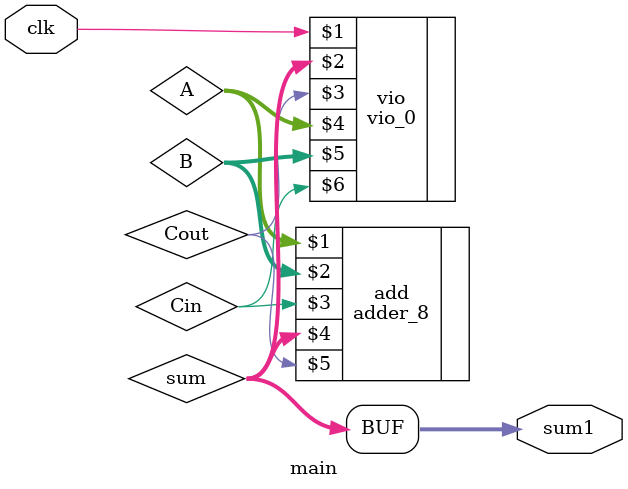
<source format=v>
`timescale 1ns / 1ps


module main(
    input clk,
    output [7:0] sum1
    );
wire [7:0] sum, A, B;
wire Cout, Cin;
  
adder_8 add(A,B,Cin,sum,Cout);

vio_0 vio(clk, sum, Cout, A, B, Cin);


assign sum1 = sum;

endmodule

</source>
